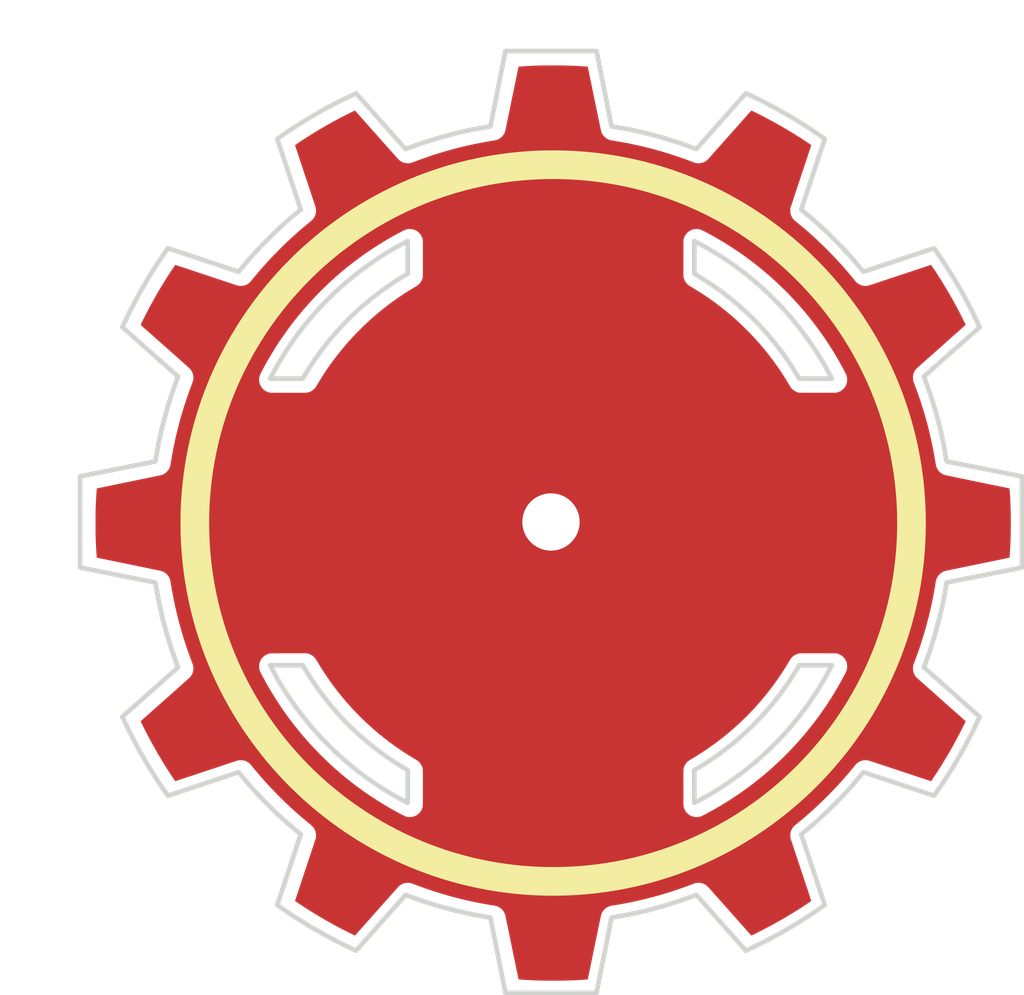
<source format=kicad_pcb>
(kicad_pcb (version 20211014) (generator "Gingerbread")
  (title_block (title "") (date "20220822") (rev "") (company "") (comment 1 "") (comment 2 "") (comment 3 "") (comment 4 ""))
  (layers (0 "F.Cu" signal) (31 "B.Cu" signal) (34 "B.Paste" user) (35 "F.Paste" user) (36 "B.SilkS" user "B.Silkscreen") (37 "F.SilkS" user "F.Silkscreen") (38 "B.Mask" user) (39 "F.Mask" user) (44 "Edge.Cuts" user))
  (net 0 "")
  (gr_poly (pts (xy 94.540000 57.950000) (xy 84.860000 57.950000) (xy 84.860000 57.950000) (xy 83.270000 65.940000) (xy 83.270000 65.940000) (xy 81.460000 66.260000) (xy 79.660000 66.650000) (xy 77.880000 67.130000) (xy 76.120000 67.680000) (xy 74.390000 68.300000) (xy 74.260000 68.350000) (xy 74.260000 68.350000) (xy 69.010000 62.430000) (xy 69.010000 62.430000) (xy 67.200000 63.300000) (xy 65.440000 64.230000) (xy 63.710000 65.240000) (xy 62.020000 66.310000) (xy 60.630000 67.270000) (xy 60.630000 67.270000) (xy 63.130000 74.780000) (xy 63.130000 74.780000) (xy 61.710000 75.960000) (xy 60.360000 77.210000) (xy 59.050000 78.510000) (xy 57.810000 79.860000) (xy 56.620000 81.270000) (xy 56.530000 81.380000) (xy 56.530000 81.380000) (xy 49.020000 78.880000) (xy 49.020000 78.880000) (xy 47.890000 80.530000) (xy 46.830000 82.220000) (xy 45.840000 83.950000) (xy 44.910000 85.720000) (xy 44.180000 87.260000) (xy 44.180000 87.260000) (xy 50.100000 92.510000) (xy 50.100000 92.510000) (xy 49.470000 94.240000) (xy 48.920000 96.000000) (xy 48.440000 97.770000) (xy 48.030000 99.570000) (xy 47.710000 101.380000) (xy 47.690000 101.520000) (xy 47.690000 101.520000) (xy 39.700000 103.110000) (xy 39.700000 103.110000) (xy 39.700000 112.790000) (xy 39.700000 112.790000) (xy 47.690000 114.380000) (xy 47.690000 114.380000) (xy 48.010000 116.190000) (xy 48.400000 117.990000) (xy 48.880000 119.770000) (xy 49.430000 121.530000) (xy 50.050000 123.260000) (xy 50.100000 123.390000) (xy 50.100000 123.390000) (xy 44.180000 128.640000) (xy 44.180000 128.640000) (xy 45.050000 130.450000) (xy 45.980000 132.210000) (xy 46.990000 133.940000) (xy 48.060000 135.630000) (xy 49.020000 137.020000) (xy 49.020000 137.020000) (xy 56.530000 134.520000) (xy 56.530000 134.520000) (xy 57.710000 135.940000) (xy 58.960000 137.290000) (xy 60.260000 138.600000) (xy 61.610000 139.840000) (xy 63.020000 141.030000) (xy 63.130000 141.120000) (xy 63.130000 141.120000) (xy 60.630000 148.630000) (xy 60.630000 148.630000) (xy 62.280000 149.760000) (xy 63.970000 150.820000) (xy 65.700000 151.810000) (xy 67.470000 152.740000) (xy 69.010000 153.470000) (xy 69.010000 153.470000) (xy 74.260000 147.550000) (xy 74.260000 147.550000) (xy 75.990000 148.180000) (xy 77.750000 148.730000) (xy 79.520000 149.210000) (xy 81.320000 149.620000) (xy 83.130000 149.940000) (xy 83.270000 149.960000) (xy 83.270000 149.960000) (xy 84.860000 157.950000) (xy 84.860000 157.950000) (xy 94.540000 157.950000) (xy 94.540000 157.950000) (xy 96.130000 149.960000) (xy 96.130000 149.960000) (xy 97.940000 149.640000) (xy 99.740000 149.250000) (xy 101.520000 148.770000) (xy 103.280000 148.220000) (xy 105.010000 147.600000) (xy 105.140000 147.550000) (xy 105.140000 147.550000) (xy 110.390000 153.470000) (xy 110.390000 153.470000) (xy 112.200000 152.600000) (xy 113.960000 151.670000) (xy 115.690000 150.660000) (xy 117.370000 149.590000) (xy 118.770000 148.630000) (xy 118.770000 148.630000) (xy 116.270000 141.120000) (xy 116.270000 141.120000) (xy 117.690000 139.940000) (xy 119.040000 138.690000) (xy 120.350000 137.390000) (xy 121.590000 136.040000) (xy 122.780000 134.630000) (xy 122.870000 134.520000) (xy 122.870000 134.520000) (xy 130.380000 137.020000) (xy 130.380000 137.020000) (xy 131.510000 135.370000) (xy 132.570000 133.680000) (xy 133.560000 131.950000) (xy 134.490000 130.180000) (xy 135.220000 128.640000) (xy 135.220000 128.640000) (xy 129.300000 123.390000) (xy 129.300000 123.390000) (xy 129.930000 121.660000) (xy 130.480000 119.900000) (xy 130.960000 118.130000) (xy 131.370000 116.330000) (xy 131.690000 114.520000) (xy 131.710000 114.380000) (xy 131.710000 114.380000) (xy 139.700000 112.790000) (xy 139.700000 112.790000) (xy 139.700000 103.110000) (xy 139.700000 103.110000) (xy 131.710000 101.520000) (xy 131.710000 101.520000) (xy 131.390000 99.710000) (xy 131.000000 97.910000) (xy 130.520000 96.130000) (xy 129.970000 94.370000) (xy 129.350000 92.640000) (xy 129.300000 92.510000) (xy 129.300000 92.510000) (xy 135.220000 87.260000) (xy 135.220000 87.260000) (xy 134.350000 85.450000) (xy 133.420000 83.690000) (xy 132.410000 81.960000) (xy 131.340000 80.280000) (xy 130.380000 78.880000) (xy 130.380000 78.880000) (xy 122.870000 81.380000) (xy 122.870000 81.380000) (xy 121.690000 79.960000) (xy 120.440000 78.610000) (xy 119.140000 77.300000) (xy 117.790000 76.060000) (xy 116.380000 74.870000) (xy 116.270000 74.780000) (xy 116.270000 74.780000) (xy 118.770000 67.270000) (xy 118.770000 67.270000) (xy 117.120000 66.140000) (xy 115.430000 65.080000) (xy 113.700000 64.090000) (xy 111.930000 63.160000) (xy 110.390000 62.430000) (xy 110.390000 62.430000) (xy 105.140000 68.350000) (xy 105.140000 68.350000) (xy 103.410000 67.720000) (xy 101.650000 67.170000) (xy 99.880000 66.690000) (xy 98.080000 66.280000) (xy 96.260000 65.960000) (xy 96.130000 65.940000) (xy 96.130000 65.940000) (xy 94.540000 57.950000)) (layer "Edge.Cuts") (width 0.500000) (fill none))
  (gr_poly (pts (xy 119.530000 123.170000) (xy 118.750000 124.600000) (xy 117.910000 125.990000) (xy 117.000000 127.340000) (xy 116.030000 128.630000) (xy 115.000000 129.880000) (xy 113.910000 131.080000) (xy 112.760000 132.220000) (xy 111.560000 133.310000) (xy 110.310000 134.330000) (xy 109.010000 135.300000) (xy 107.670000 136.210000) (xy 106.280000 137.050000) (xy 104.920000 137.780000) (xy 104.920000 137.780000) (xy 104.920000 134.310000) (xy 104.920000 134.310000) (xy 106.250000 133.500000) (xy 107.530000 132.620000) (xy 108.760000 131.680000) (xy 109.950000 130.680000) (xy 111.080000 129.620000) (xy 112.150000 128.500000) (xy 113.170000 127.330000) (xy 114.130000 126.110000) (xy 115.020000 124.840000) (xy 115.850000 123.530000) (xy 116.060000 123.170000) (xy 116.060000 123.170000) (xy 119.530000 123.170000)) (layer "Edge.Cuts") (width 0.500000) (fill none))
  (gr_poly (pts (xy 63.340000 123.170000) (xy 64.150000 124.500000) (xy 65.030000 125.780000) (xy 65.970000 127.010000) (xy 66.970000 128.200000) (xy 68.030000 129.330000) (xy 69.150000 130.400000) (xy 70.320000 131.420000) (xy 71.540000 132.380000) (xy 72.810000 133.270000) (xy 74.120000 134.100000) (xy 74.480000 134.310000) (xy 74.480000 134.310000) (xy 74.480000 137.780000) (xy 74.480000 137.780000) (xy 73.050000 137.000000) (xy 71.660000 136.160000) (xy 70.310000 135.250000) (xy 69.010000 134.280000) (xy 67.770000 133.250000) (xy 66.570000 132.160000) (xy 65.430000 131.010000) (xy 64.340000 129.810000) (xy 63.320000 128.560000) (xy 62.350000 127.260000) (xy 61.440000 125.920000) (xy 60.600000 124.530000) (xy 59.870000 123.170000) (xy 59.870000 123.170000) (xy 63.340000 123.170000)) (layer "Edge.Cuts") (width 0.500000) (fill none))
  (gr_poly (pts (xy 59.870000 92.730000) (xy 60.650000 91.300000) (xy 61.490000 89.910000) (xy 62.400000 88.560000) (xy 63.370000 87.270000) (xy 64.400000 86.020000) (xy 65.490000 84.820000) (xy 66.640000 83.680000) (xy 67.840000 82.590000) (xy 69.090000 81.570000) (xy 70.390000 80.600000) (xy 71.730000 79.690000) (xy 73.120000 78.850000) (xy 74.480000 78.120000) (xy 74.480000 78.120000) (xy 74.480000 81.590000) (xy 74.480000 81.590000) (xy 73.150000 82.400000) (xy 71.870000 83.280000) (xy 70.640000 84.220000) (xy 69.450000 85.220000) (xy 68.320000 86.280000) (xy 67.250000 87.400000) (xy 66.230000 88.570000) (xy 65.270000 89.790000) (xy 64.380000 91.060000) (xy 63.550000 92.370000) (xy 63.340000 92.730000) (xy 63.340000 92.730000) (xy 59.870000 92.730000)) (layer "Edge.Cuts") (width 0.500000) (fill none))
  (gr_poly (pts (xy 116.060000 92.730000) (xy 115.250000 91.400000) (xy 114.370000 90.120000) (xy 113.430000 88.890000) (xy 112.430000 87.700000) (xy 111.370000 86.570000) (xy 110.250000 85.500000) (xy 109.080000 84.480000) (xy 107.860000 83.520000) (xy 106.590000 82.630000) (xy 105.280000 81.800000) (xy 104.920000 81.590000) (xy 104.920000 81.590000) (xy 104.920000 78.120000) (xy 104.920000 78.120000) (xy 106.350000 78.900000) (xy 107.740000 79.740000) (xy 109.090000 80.650000) (xy 110.390000 81.620000) (xy 111.630000 82.650000) (xy 112.830000 83.740000) (xy 113.970000 84.890000) (xy 115.060000 86.090000) (xy 116.080000 87.340000) (xy 117.050000 88.640000) (xy 117.960000 89.980000) (xy 118.800000 91.370000) (xy 119.530000 92.730000) (xy 119.530000 92.730000) (xy 116.060000 92.730000)) (layer "Edge.Cuts") (width 0.500000) (fill none))
  (footprint "DrillHole" (layer "F.Cu") (at 89.700000 107.950000))
  (footprint "Graphics" (layer "F.SilkS") (at 39.930000 58.065000))
  (footprint "Graphics" (layer "F.Cu") (at 39.930000 58.065000))
  (footprint "Graphics" (layer "F.Mask") (at 39.930000 58.065000))
)
</source>
